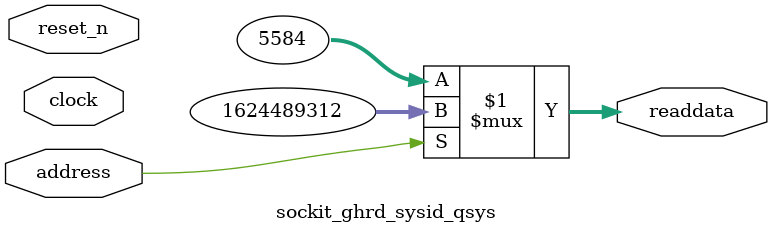
<source format=v>



// synthesis translate_off
`timescale 1ns / 1ps
// synthesis translate_on

// turn off superfluous verilog processor warnings 
// altera message_level Level1 
// altera message_off 10034 10035 10036 10037 10230 10240 10030 

module sockit_ghrd_sysid_qsys (
               // inputs:
                address,
                clock,
                reset_n,

               // outputs:
                readdata
             )
;

  output  [ 31: 0] readdata;
  input            address;
  input            clock;
  input            reset_n;

  wire    [ 31: 0] readdata;
  //control_slave, which is an e_avalon_slave
  assign readdata = address ? 1624489312 : 5584;

endmodule



</source>
